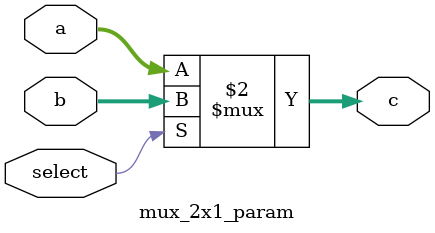
<source format=sv>
module mux_2x1_param
		#(parameter WORD_WIDTH=8) 
		 (input logic [WORD_WIDTH-1:0]a,
		 input logic [WORD_WIDTH-1:0]b,
		 input logic select,
		 output logic [WORD_WIDTH-1:0]c);
	
	
	 assign c = select == 1'b0 ? a : b;
		
endmodule 
</source>
